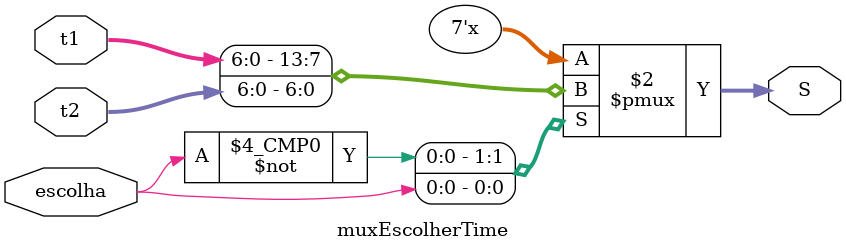
<source format=v>
module muxEscolherTime(t1, t2, escolha, S);
	input [6:0] t1, t2;
	input escolha;
	output reg [6:0] S;

	always @* begin
		case (escolha)
			1'b0 : begin 
				S = t1;
			end
			1'b1 : begin 
				S = t2;
			end
		endcase 
	end
	

endmodule 
</source>
